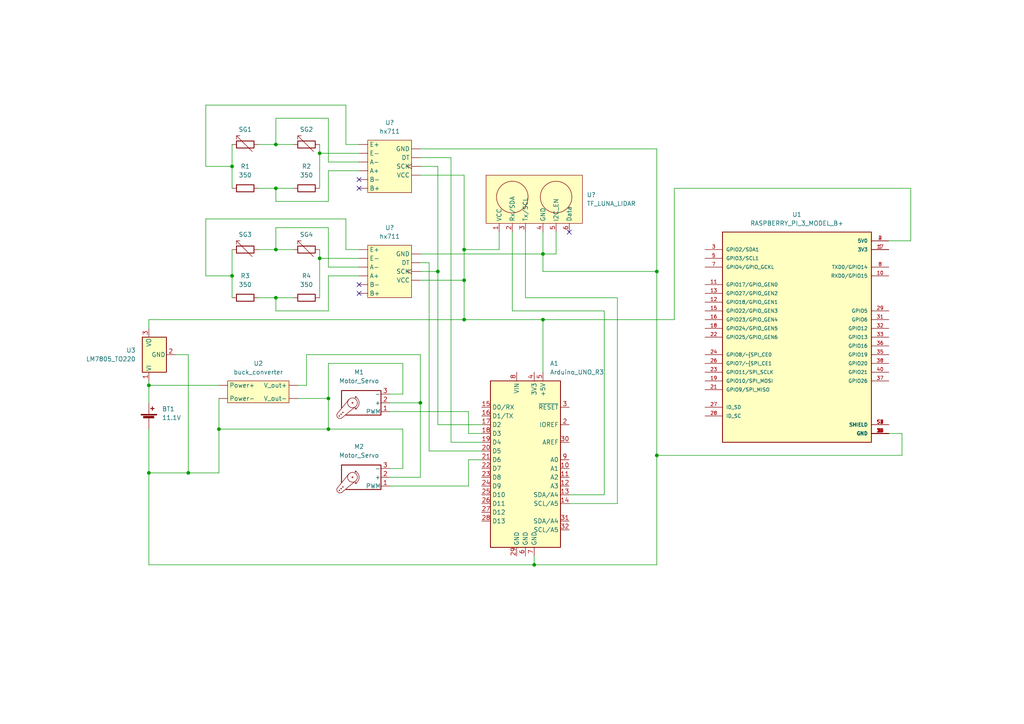
<source format=kicad_sch>
(kicad_sch (version 20211123) (generator eeschema)
  (paper "A4")
  (title_block (title "Tactile robotic arm schematic v1.1") (date "2022-11-24") (comment 1 "Initial schematic design for testing end effector"))
  (lib_symbols
    (symbol "DC-DC_buck_converter:buck_converter"
      (property "Reference" "U" (at 0 0 0))
      (property "Value" "buck_converter" (at 0 0 0))
      (symbol "buck_converter_0_1"
        (rectangle (start -8.89 -2.54) (end 8.89 -8.89) (fill (type background)))
      )
      (symbol "buck_converter_1_1"
        (pin power_in line (at -11.43 -3.81 0) (length 2.54) (name "Power+") (number ""))
        (pin power_in line (at -11.43 -7.62 0) (length 2.54) (name "Power-") (number ""))
        (pin power_out line (at 11.43 -3.81 180) (length 2.54) (name "V_out+") (number ""))
        (pin power_out line (at 11.43 -7.62 180) (length 2.54) (name "V_out-") (number ""))
      )
    )
    (symbol "Device:Battery_Cell" (pin_numbers hide) (pin_names (offset 0) hide)
      (property "Reference" "BT" (at 2.54 2.54 0))
      (property "Value" "Battery_Cell" (at 2.54 0 0))
      (symbol "Battery_Cell_0_1"
        (rectangle (start -2.286 1.778) (end 2.286 1.524) (fill (type outline)))
        (rectangle (start -1.5748 1.1938) (end 1.4732 0.6858) (fill (type outline)))
        (polyline (pts (xy 0 0.762) (xy 0 0)))
        (polyline (pts (xy 0 1.778) (xy 0 2.54)))
        (polyline (pts (xy 0.508 3.429) (xy 1.524 3.429)) (stroke (width 0.254)))
        (polyline (pts (xy 1.016 3.937) (xy 1.016 2.921)) (stroke (width 0.254)))
      )
      (symbol "Battery_Cell_1_1"
        (pin passive line (at 0 5.08 270) (length 2.54) (name "+") (number "1"))
        (pin passive line (at 0 -2.54 90) (length 2.54) (name "-") (number "2"))
      )
    )
    (symbol "Device:R" (pin_numbers hide) (pin_names (offset 0))
      (property "Reference" "R" (at 2.032 0 90))
      (property "Value" "R" (at 0 0 90))
      (symbol "R_0_1"
        (rectangle (start -1.016 -2.54) (end 1.016 2.54) (stroke (width 0.254)))
      )
      (symbol "R_1_1"
        (pin passive line (at 0 3.81 270) (length 1.27) (name "~") (number "1"))
        (pin passive line (at 0 -3.81 90) (length 1.27) (name "~") (number "2"))
      )
    )
    (symbol "Device:R_Variable" (pin_numbers hide) (pin_names (offset 0))
      (property "Reference" "R" (at 2.54 -2.54 90))
      (property "Value" "R_Variable" (at -2.54 -1.27 90))
      (symbol "R_Variable_0_1"
        (rectangle (start -1.016 -2.54) (end 1.016 2.54) (stroke (width 0.254)))
        (polyline (pts (xy 2.54 1.524) (xy 2.54 2.54) (xy 1.524 2.54) (xy 2.54 2.54) (xy -2.032 -2.032)))
      )
      (symbol "R_Variable_1_1"
        (pin passive line (at 0 3.81 270) (length 1.27) (name "~") (number "1"))
        (pin passive line (at 0 -3.81 90) (length 1.27) (name "~") (number "2"))
      )
    )
    (symbol "MCU_Module:Arduino_UNO_R3"
      (property "Reference" "A" (at -10.16 23.495 0))
      (property "Value" "Arduino_UNO_R3" (at 5.08 -26.67 0))
      (symbol "Arduino_UNO_R3_0_1"
        (rectangle (start -10.16 22.86) (end 10.16 -25.4) (stroke (width 0.254)) (fill (type background)))
      )
      (symbol "Arduino_UNO_R3_1_1"
        (pin no_connect line (at -10.16 -20.32 0) (length 2.54) hide (name "NC") (number "1"))
        (pin bidirectional line (at 12.7 -2.54 180) (length 2.54) (name "A1") (number "10"))
        (pin bidirectional line (at 12.7 -5.08 180) (length 2.54) (name "A2") (number "11"))
        (pin bidirectional line (at 12.7 -7.62 180) (length 2.54) (name "A3") (number "12"))
        (pin bidirectional line (at 12.7 -10.16 180) (length 2.54) (name "SDA/A4") (number "13"))
        (pin bidirectional line (at 12.7 -12.7 180) (length 2.54) (name "SCL/A5") (number "14"))
        (pin bidirectional line (at -12.7 15.24 0) (length 2.54) (name "D0/RX") (number "15"))
        (pin bidirectional line (at -12.7 12.7 0) (length 2.54) (name "D1/TX") (number "16"))
        (pin bidirectional line (at -12.7 10.16 0) (length 2.54) (name "D2") (number "17"))
        (pin bidirectional line (at -12.7 7.62 0) (length 2.54) (name "D3") (number "18"))
        (pin bidirectional line (at -12.7 5.08 0) (length 2.54) (name "D4") (number "19"))
        (pin output line (at 12.7 10.16 180) (length 2.54) (name "IOREF") (number "2"))
        (pin bidirectional line (at -12.7 2.54 0) (length 2.54) (name "D5") (number "20"))
        (pin bidirectional line (at -12.7 0 0) (length 2.54) (name "D6") (number "21"))
        (pin bidirectional line (at -12.7 -2.54 0) (length 2.54) (name "D7") (number "22"))
        (pin bidirectional line (at -12.7 -5.08 0) (length 2.54) (name "D8") (number "23"))
        (pin bidirectional line (at -12.7 -7.62 0) (length 2.54) (name "D9") (number "24"))
        (pin bidirectional line (at -12.7 -10.16 0) (length 2.54) (name "D10") (number "25"))
        (pin bidirectional line (at -12.7 -12.7 0) (length 2.54) (name "D11") (number "26"))
        (pin bidirectional line (at -12.7 -15.24 0) (length 2.54) (name "D12") (number "27"))
        (pin bidirectional line (at -12.7 -17.78 0) (length 2.54) (name "D13") (number "28"))
        (pin power_in line (at -2.54 -27.94 90) (length 2.54) (name "GND") (number "29"))
        (pin input line (at 12.7 15.24 180) (length 2.54) (name "~{RESET}") (number "3"))
        (pin input line (at 12.7 5.08 180) (length 2.54) (name "AREF") (number "30"))
        (pin bidirectional line (at 12.7 -17.78 180) (length 2.54) (name "SDA/A4") (number "31"))
        (pin bidirectional line (at 12.7 -20.32 180) (length 2.54) (name "SCL/A5") (number "32"))
        (pin power_out line (at 2.54 25.4 270) (length 2.54) (name "3V3") (number "4"))
        (pin power_out line (at 5.08 25.4 270) (length 2.54) (name "+5V") (number "5"))
        (pin power_in line (at 0 -27.94 90) (length 2.54) (name "GND") (number "6"))
        (pin power_in line (at 2.54 -27.94 90) (length 2.54) (name "GND") (number "7"))
        (pin power_in line (at -2.54 25.4 270) (length 2.54) (name "VIN") (number "8"))
        (pin bidirectional line (at 12.7 0 180) (length 2.54) (name "A0") (number "9"))
      )
    )
    (symbol "Motor:Motor_Servo" (pin_names (offset 0.0254))
      (property "Reference" "M" (at -5.08 4.445 0))
      (property "Value" "Motor_Servo" (at -5.08 -4.064 0))
      (symbol "Motor_Servo_0_1"
        (polyline (pts (xy 2.413 -1.778) (xy 2.032 -1.778)))
        (polyline (pts (xy 2.413 -1.778) (xy 2.286 -1.397)))
        (polyline (pts (xy 2.413 1.778) (xy 1.905 1.778)))
        (polyline (pts (xy 2.413 1.778) (xy 2.286 1.397)))
        (polyline (pts (xy 6.35 4.445) (xy 2.54 1.27)))
        (polyline (pts (xy 7.62 3.175) (xy 4.191 -1.016)))
        (polyline (pts (xy 5.08 3.556) (xy -5.08 3.556) (xy -5.08 -3.556) (xy 6.35 -3.556) (xy 6.35 1.524)) (stroke (width 0.254)))
        (arc (start 2.413 1.778) (mid 1.2406 0) (end 2.413 -1.778))
        (circle (center 3.175 0) (radius 0.1778))
        (circle (center 3.175 0) (radius 1.4224))
        (circle (center 5.969 2.794) (radius 0.127))
        (circle (center 6.477 3.302) (radius 0.127))
        (circle (center 6.985 3.81) (radius 0.127))
        (arc (start 7.62 3.175) (mid 7.4485 4.2735) (end 6.35 4.445))
      )
      (symbol "Motor_Servo_1_1"
        (pin passive line (at -7.62 2.54 0) (length 2.54) (name "PWM") (number "1"))
        (pin passive line (at -7.62 0 0) (length 2.54) (name "+") (number "2"))
        (pin passive line (at -7.62 -2.54 0) (length 2.54) (name "-") (number "3"))
      )
    )
    (symbol "RASPBERRY_PI_3_MODEL_B_:RASPBERRY_PI_3_MODEL_B+" (pin_names (offset 1.016))
      (property "Reference" "U" (at -22.86 27.94 0))
      (property "Value" "RASPBERRY_PI_3_MODEL_B+" (at -22.86 -37.465 0))
      (symbol "RASPBERRY_PI_3_MODEL_B+_0_0"
        (rectangle (start -22.86 -35.56) (end 20.32 25.4) (stroke (width 0.254)) (fill (type background)))
        (pin power_in line (at 25.4 20.32 180) (length 5.08) (name "3V3") (number "1"))
        (pin bidirectional line (at 25.4 12.7 180) (length 5.08) (name "RXD0/GPIO15") (number "10"))
        (pin bidirectional line (at -27.94 10.16 0) (length 5.08) (name "GPIO17/GPIO_GEN0") (number "11"))
        (pin bidirectional line (at -27.94 5.08 0) (length 5.08) (name "GPIO18/GPIO_GEN1") (number "12"))
        (pin bidirectional line (at -27.94 7.62 0) (length 5.08) (name "GPIO27/GPIO_GEN2") (number "13"))
        (pin power_in line (at 25.4 -33.02 180) (length 5.08) (name "GND") (number "14"))
        (pin bidirectional line (at -27.94 2.54 0) (length 5.08) (name "GPIO22/GPIO_GEN3") (number "15"))
        (pin bidirectional line (at -27.94 0 0) (length 5.08) (name "GPIO23/GPIO_GEN4") (number "16"))
        (pin power_in line (at 25.4 20.32 180) (length 5.08) (name "3V3") (number "17"))
        (pin bidirectional line (at -27.94 -2.54 0) (length 5.08) (name "GPIO24/GPIO_GEN5") (number "18"))
        (pin bidirectional line (at -27.94 -17.78 0) (length 5.08) (name "GPIO10/SPI_MOSI") (number "19"))
        (pin power_in line (at 25.4 22.86 180) (length 5.08) (name "5V0") (number "2"))
        (pin power_in line (at 25.4 -33.02 180) (length 5.08) (name "GND") (number "20"))
        (pin bidirectional line (at -27.94 -20.32 0) (length 5.08) (name "GPIO9/SPI_MISO") (number "21"))
        (pin bidirectional line (at -27.94 -5.08 0) (length 5.08) (name "GPIO25/GPIO_GEN6") (number "22"))
        (pin bidirectional line (at -27.94 -15.24 0) (length 5.08) (name "GPIO11/SPI_SCLK") (number "23"))
        (pin bidirectional line (at -27.94 -10.16 0) (length 5.08) (name "GPIO8/~{SPI_CE0~{}") (number "24"))
        (pin power_in line (at 25.4 -33.02 180) (length 5.08) (name "GND") (number "25"))
        (pin bidirectional line (at -27.94 -12.7 0) (length 5.08) (name "GPIO7/~{SPI_CE1~{}") (number "26"))
        (pin bidirectional line (at -27.94 -25.4 0) (length 5.08) (name "ID_SD") (number "27"))
        (pin bidirectional line (at -27.94 -27.94 0) (length 5.08) (name "ID_SC") (number "28"))
        (pin bidirectional line (at 25.4 2.54 180) (length 5.08) (name "GPIO5") (number "29"))
        (pin bidirectional line (at -27.94 20.32 0) (length 5.08) (name "GPIO2/SDA1") (number "3"))
        (pin power_in line (at 25.4 -33.02 180) (length 5.08) (name "GND") (number "30"))
        (pin bidirectional line (at 25.4 0 180) (length 5.08) (name "GPIO6") (number "31"))
        (pin bidirectional line (at 25.4 -2.54 180) (length 5.08) (name "GPIO12") (number "32"))
        (pin bidirectional line (at 25.4 -5.08 180) (length 5.08) (name "GPIO13") (number "33"))
        (pin power_in line (at 25.4 -33.02 180) (length 5.08) (name "GND") (number "34"))
        (pin bidirectional line (at 25.4 -10.16 180) (length 5.08) (name "GPIO19") (number "35"))
        (pin bidirectional line (at 25.4 -7.62 180) (length 5.08) (name "GPIO16") (number "36"))
        (pin bidirectional line (at 25.4 -17.78 180) (length 5.08) (name "GPIO26") (number "37"))
        (pin bidirectional line (at 25.4 -12.7 180) (length 5.08) (name "GPIO20") (number "38"))
        (pin power_in line (at 25.4 -33.02 180) (length 5.08) (name "GND") (number "39"))
        (pin power_in line (at 25.4 22.86 180) (length 5.08) (name "5V0") (number "4"))
        (pin bidirectional line (at 25.4 -15.24 180) (length 5.08) (name "GPIO21") (number "40"))
        (pin bidirectional line (at -27.94 17.78 0) (length 5.08) (name "GPIO3/SCL1") (number "5"))
        (pin power_in line (at 25.4 -33.02 180) (length 5.08) (name "GND") (number "6"))
        (pin bidirectional line (at -27.94 15.24 0) (length 5.08) (name "GPIO4/GPIO_GCKL") (number "7"))
        (pin bidirectional line (at 25.4 15.24 180) (length 5.08) (name "TXD0/GPIO14") (number "8"))
        (pin power_in line (at 25.4 -33.02 180) (length 5.08) (name "GND") (number "9"))
        (pin power_in line (at 25.4 -30.48 180) (length 5.08) (name "SHIELD") (number "S1"))
        (pin power_in line (at 25.4 -30.48 180) (length 5.08) (name "SHIELD") (number "S2"))
        (pin power_in line (at 25.4 -30.48 180) (length 5.08) (name "SHIELD") (number "S3"))
        (pin power_in line (at 25.4 -30.48 180) (length 5.08) (name "SHIELD") (number "S4"))
      )
    )
    (symbol "Regulator_Linear:LM7805_TO220" (pin_names (offset 0.254))
      (property "Reference" "U" (at -3.81 3.175 0))
      (property "Value" "LM7805_TO220" (at 0 3.175 0))
      (symbol "LM7805_TO220_0_1"
        (rectangle (start -5.08 1.905) (end 5.08 -5.08) (stroke (width 0.254)) (fill (type background)))
      )
      (symbol "LM7805_TO220_1_1"
        (pin power_in line (at -7.62 0 0) (length 2.54) (name "VI") (number "1"))
        (pin power_in line (at 0 -7.62 90) (length 2.54) (name "GND") (number "2"))
        (pin power_out line (at 7.62 0 180) (length 2.54) (name "VO") (number "3"))
      )
    )
    (symbol "hx711:hx711"
      (property "Reference" "U?" (at 0 3.81 0))
      (property "Value" "hx711" (at 0 1.27 0))
      (symbol "hx711_0_1"
        (rectangle (start -6.35 -1.27) (end 6.35 -16.51) (fill (type background)))
      )
      (symbol "hx711_1_1"
        (pin input line (at -8.89 -10.16 0) (length 2.54) (name "A+") (number ""))
        (pin input line (at -8.89 -7.62 0) (length 2.54) (name "A-") (number ""))
        (pin input line (at -8.89 -15.24 0) (length 2.54) (name "B+") (number ""))
        (pin input line (at -8.89 -12.7 0) (length 2.54) (name "B-") (number ""))
        (pin output line (at 8.89 -6.35 180) (length 2.54) (name "DT") (number ""))
        (pin input line (at -8.89 -2.54 0) (length 2.54) (name "E+") (number ""))
        (pin input line (at -8.89 -5.08 0) (length 2.54) (name "E-") (number ""))
        (pin power_in line (at 8.89 -3.81 180) (length 2.54) (name "GND") (number ""))
        (pin output clock (at 8.89 -8.89 180) (length 2.54) (name "SCK") (number ""))
        (pin power_in line (at 8.89 -11.43 180) (length 2.54) (name "VCC") (number ""))
      )
    )
    (symbol "hx711_1"
      (property "Reference" "U?" (at 0 3.81 0))
      (property "Value" "hx711_1" (at 0 1.27 0))
      (symbol "hx711_1_0_1"
        (rectangle (start -6.35 -1.27) (end 6.35 -16.51) (fill (type background)))
      )
      (symbol "hx711_1_1_1"
        (pin input line (at -8.89 -10.16 0) (length 2.54) (name "A+") (number ""))
        (pin input line (at -8.89 -7.62 0) (length 2.54) (name "A-") (number ""))
        (pin input line (at -8.89 -15.24 0) (length 2.54) (name "B+") (number ""))
        (pin input line (at -8.89 -12.7 0) (length 2.54) (name "B-") (number ""))
        (pin output line (at 8.89 -6.35 180) (length 2.54) (name "DT") (number ""))
        (pin input line (at -8.89 -2.54 0) (length 2.54) (name "E+") (number ""))
        (pin input line (at -8.89 -5.08 0) (length 2.54) (name "E-") (number ""))
        (pin power_in line (at 8.89 -3.81 180) (length 2.54) (name "GND") (number ""))
        (pin output clock (at 8.89 -8.89 180) (length 2.54) (name "SCK") (number ""))
        (pin power_in line (at 8.89 -11.43 180) (length 2.54) (name "VCC") (number ""))
      )
    )
    (symbol "tf_luna_lidar:TF_LUNA_LIDAR"
      (property "Reference" "U" (at 0 0 0))
      (property "Value" "TF_LUNA_LIDAR" (at 0 0 0))
      (symbol "TF_LUNA_LIDAR_0_1"
        (rectangle (start -13.97 -1.27) (end 13.97 -15.24) (fill (type background)))
        (circle (center -6.35 -7.62) (radius 4.5791))
        (circle (center 6.35 -7.62) (radius 4.5791))
      )
      (symbol "TF_LUNA_LIDAR_1_1"
        (pin power_in line (at -10.16 -17.78 90) (length 2.54) (name "VCC") (number "1"))
        (pin input line (at -6.35 -17.78 90) (length 2.54) (name "Rx/SDA") (number "2"))
        (pin output line (at -2.54 -17.78 90) (length 2.54) (name "Tx/SCL") (number "3"))
        (pin power_in line (at 2.54 -17.78 90) (length 2.54) (name "GND") (number "4"))
        (pin input line (at 6.35 -17.78 90) (length 2.54) (name "I2C_EN") (number "5"))
        (pin input line (at 10.16 -17.78 90) (length 2.54) (name "Data") (number "6"))
      )
    )
  )
  (junction (at 67.31 80.01))
  (junction (at 54.61 137.16))
  (junction (at 80.01 41.91))
  (junction (at 95.25 124.46))
  (junction (at 67.31 48.26))
  (junction (at 92.71 74.93))
  (junction (at 134.62 81.28))
  (junction (at 80.01 86.36))
  (junction (at 134.62 92.71))
  (junction (at 63.5 124.46))
  (junction (at 134.62 72.39))
  (junction (at 157.48 92.71))
  (junction (at 190.5 78.74))
  (junction (at 80.01 54.61))
  (junction (at 157.48 73.66))
  (junction (at 43.18 137.16))
  (junction (at 80.01 72.39))
  (junction (at 121.92 116.84))
  (junction (at 190.5 132.08))
  (junction (at 127 78.74))
  (junction (at 43.18 111.76))
  (junction (at 154.94 163.83))
  (junction (at 92.71 44.45))
  (junction (at 95.25 115.57))
  (no_connect (at 104.14 54.61))
  (no_connect (at 104.14 85.09))
  (no_connect (at 104.14 82.55))
  (no_connect (at 165.1 67.31))
  (no_connect (at 104.14 52.07))
  (wire (pts (xy 135.89 140.97) (xy 135.89 133.35)))
  (wire (pts (xy 80.01 58.42) (xy 80.01 54.61)))
  (wire (pts (xy 121.92 45.72) (xy 130.81 45.72)))
  (wire (pts (xy 157.48 78.74) (xy 190.5 78.74)))
  (wire (pts (xy 54.61 102.87) (xy 54.61 137.16)))
  (wire (pts (xy 148.59 90.17) (xy 175.26 90.17)))
  (wire (pts (xy 261.62 132.08) (xy 190.5 132.08)))
  (wire (pts (xy 127 123.19) (xy 139.7 123.19)))
  (wire (pts (xy 80.01 72.39) (xy 85.09 72.39)))
  (wire (pts (xy 134.62 92.71) (xy 134.62 81.28)))
  (wire (pts (xy 190.5 163.83) (xy 154.94 163.83)))
  (wire (pts (xy 95.25 58.42) (xy 80.01 58.42)))
  (wire (pts (xy 59.69 63.5) (xy 59.69 80.01)))
  (wire (pts (xy 124.46 130.81) (xy 139.7 130.81)))
  (wire (pts (xy 80.01 41.91) (xy 85.09 41.91)))
  (wire (pts (xy 67.31 80.01) (xy 67.31 86.36)))
  (wire (pts (xy 80.01 86.36) (xy 85.09 86.36)))
  (wire (pts (xy 104.14 41.91) (xy 100.33 41.91)))
  (wire (pts (xy 190.5 132.08) (xy 190.5 163.83)))
  (wire (pts (xy 135.89 133.35) (xy 139.7 133.35)))
  (wire (pts (xy 195.58 92.71) (xy 195.58 54.61)))
  (wire (pts (xy 121.92 81.28) (xy 134.62 81.28)))
  (wire (pts (xy 92.71 44.45) (xy 104.14 44.45)))
  (wire (pts (xy 100.33 72.39) (xy 100.33 63.5)))
  (wire (pts (xy 127 78.74) (xy 127 123.19)))
  (wire (pts (xy 92.71 74.93) (xy 104.14 74.93)))
  (wire (pts (xy 157.48 67.31) (xy 157.48 73.66)))
  (wire (pts (xy 92.71 74.93) (xy 92.71 86.36)))
  (wire (pts (xy 179.07 86.36) (xy 179.07 146.05)))
  (wire (pts (xy 152.4 86.36) (xy 179.07 86.36)))
  (wire (pts (xy 92.71 44.45) (xy 92.71 54.61)))
  (wire (pts (xy 116.84 105.41) (xy 116.84 114.3)))
  (wire (pts (xy 121.92 43.18) (xy 190.5 43.18)))
  (wire (pts (xy 100.33 63.5) (xy 59.69 63.5)))
  (wire (pts (xy 134.62 92.71) (xy 157.48 92.71)))
  (wire (pts (xy 80.01 54.61) (xy 85.09 54.61)))
  (wire (pts (xy 175.26 90.17) (xy 175.26 143.51)))
  (wire (pts (xy 95.25 49.53) (xy 95.25 58.42)))
  (wire (pts (xy 59.69 30.48) (xy 59.69 48.26)))
  (wire (pts (xy 161.29 67.31) (xy 161.29 73.66)))
  (wire (pts (xy 86.36 111.76) (xy 88.9 111.76)))
  (wire (pts (xy 165.1 146.05) (xy 179.07 146.05)))
  (wire (pts (xy 130.81 45.72) (xy 130.81 128.27)))
  (wire (pts (xy 43.18 92.71) (xy 134.62 92.71)))
  (wire (pts (xy 121.92 102.87) (xy 121.92 116.84)))
  (wire (pts (xy 92.71 41.91) (xy 92.71 44.45)))
  (wire (pts (xy 63.5 115.57) (xy 63.5 124.46)))
  (wire (pts (xy 59.69 48.26) (xy 67.31 48.26)))
  (wire (pts (xy 124.46 76.2) (xy 124.46 130.81)))
  (wire (pts (xy 54.61 137.16) (xy 63.5 137.16)))
  (wire (pts (xy 43.18 110.49) (xy 43.18 111.76)))
  (wire (pts (xy 80.01 66.04) (xy 80.01 72.39)))
  (wire (pts (xy 95.25 115.57) (xy 95.25 105.41)))
  (wire (pts (xy 121.92 73.66) (xy 157.48 73.66)))
  (wire (pts (xy 113.03 135.89) (xy 116.84 135.89)))
  (wire (pts (xy 104.14 72.39) (xy 100.33 72.39)))
  (wire (pts (xy 43.18 137.16) (xy 43.18 163.83)))
  (wire (pts (xy 121.92 48.26) (xy 127 48.26)))
  (wire (pts (xy 113.03 119.38) (xy 135.89 119.38)))
  (wire (pts (xy 88.9 102.87) (xy 121.92 102.87)))
  (wire (pts (xy 113.03 138.43) (xy 121.92 138.43)))
  (wire (pts (xy 95.25 66.04) (xy 80.01 66.04)))
  (wire (pts (xy 157.48 73.66) (xy 161.29 73.66)))
  (wire (pts (xy 74.93 72.39) (xy 80.01 72.39)))
  (wire (pts (xy 63.5 124.46) (xy 63.5 137.16)))
  (wire (pts (xy 100.33 30.48) (xy 59.69 30.48)))
  (wire (pts (xy 86.36 115.57) (xy 95.25 115.57)))
  (wire (pts (xy 157.48 92.71) (xy 157.48 107.95)))
  (wire (pts (xy 264.16 54.61) (xy 264.16 69.85)))
  (wire (pts (xy 134.62 72.39) (xy 144.78 72.39)))
  (wire (pts (xy 95.25 90.17) (xy 80.01 90.17)))
  (wire (pts (xy 67.31 41.91) (xy 67.31 48.26)))
  (wire (pts (xy 113.03 140.97) (xy 135.89 140.97)))
  (wire (pts (xy 190.5 43.18) (xy 190.5 78.74)))
  (wire (pts (xy 157.48 73.66) (xy 157.48 78.74)))
  (wire (pts (xy 121.92 116.84) (xy 121.92 138.43)))
  (wire (pts (xy 134.62 72.39) (xy 134.62 50.8)))
  (wire (pts (xy 261.62 125.73) (xy 261.62 132.08)))
  (wire (pts (xy 95.25 46.99) (xy 95.25 34.29)))
  (wire (pts (xy 74.93 41.91) (xy 80.01 41.91)))
  (wire (pts (xy 154.94 161.29) (xy 154.94 163.83)))
  (wire (pts (xy 74.93 86.36) (xy 80.01 86.36)))
  (wire (pts (xy 95.25 124.46) (xy 63.5 124.46)))
  (wire (pts (xy 195.58 54.61) (xy 264.16 54.61)))
  (wire (pts (xy 43.18 111.76) (xy 63.5 111.76)))
  (wire (pts (xy 95.25 115.57) (xy 95.25 124.46)))
  (wire (pts (xy 95.25 124.46) (xy 116.84 124.46)))
  (wire (pts (xy 59.69 80.01) (xy 67.31 80.01)))
  (wire (pts (xy 148.59 67.31) (xy 148.59 90.17)))
  (wire (pts (xy 104.14 46.99) (xy 95.25 46.99)))
  (wire (pts (xy 257.81 125.73) (xy 261.62 125.73)))
  (wire (pts (xy 92.71 72.39) (xy 92.71 74.93)))
  (wire (pts (xy 80.01 34.29) (xy 80.01 41.91)))
  (wire (pts (xy 43.18 137.16) (xy 54.61 137.16)))
  (wire (pts (xy 135.89 119.38) (xy 135.89 125.73)))
  (wire (pts (xy 116.84 114.3) (xy 113.03 114.3)))
  (wire (pts (xy 95.25 77.47) (xy 95.25 66.04)))
  (wire (pts (xy 95.25 34.29) (xy 80.01 34.29)))
  (wire (pts (xy 175.26 143.51) (xy 165.1 143.51)))
  (wire (pts (xy 43.18 111.76) (xy 43.18 116.84)))
  (wire (pts (xy 121.92 116.84) (xy 113.03 116.84)))
  (wire (pts (xy 134.62 50.8) (xy 121.92 50.8)))
  (wire (pts (xy 127 48.26) (xy 127 78.74)))
  (wire (pts (xy 121.92 76.2) (xy 124.46 76.2)))
  (wire (pts (xy 135.89 125.73) (xy 139.7 125.73)))
  (wire (pts (xy 43.18 95.25) (xy 43.18 92.71)))
  (wire (pts (xy 116.84 124.46) (xy 116.84 135.89)))
  (wire (pts (xy 104.14 49.53) (xy 95.25 49.53)))
  (wire (pts (xy 74.93 54.61) (xy 80.01 54.61)))
  (wire (pts (xy 88.9 111.76) (xy 88.9 102.87)))
  (wire (pts (xy 80.01 86.36) (xy 80.01 90.17)))
  (wire (pts (xy 130.81 128.27) (xy 139.7 128.27)))
  (wire (pts (xy 43.18 124.46) (xy 43.18 137.16)))
  (wire (pts (xy 104.14 77.47) (xy 95.25 77.47)))
  (wire (pts (xy 121.92 78.74) (xy 127 78.74)))
  (wire (pts (xy 50.8 102.87) (xy 54.61 102.87)))
  (wire (pts (xy 95.25 80.01) (xy 95.25 90.17)))
  (wire (pts (xy 67.31 72.39) (xy 67.31 80.01)))
  (wire (pts (xy 144.78 67.31) (xy 144.78 72.39)))
  (wire (pts (xy 134.62 81.28) (xy 134.62 72.39)))
  (wire (pts (xy 95.25 105.41) (xy 116.84 105.41)))
  (wire (pts (xy 157.48 92.71) (xy 195.58 92.71)))
  (wire (pts (xy 190.5 78.74) (xy 190.5 132.08)))
  (wire (pts (xy 264.16 69.85) (xy 257.81 69.85)))
  (wire (pts (xy 154.94 163.83) (xy 43.18 163.83)))
  (wire (pts (xy 100.33 41.91) (xy 100.33 30.48)))
  (wire (pts (xy 67.31 48.26) (xy 67.31 54.61)))
  (wire (pts (xy 152.4 67.31) (xy 152.4 86.36)))
  (wire (pts (xy 104.14 80.01) (xy 95.25 80.01)))
  (symbol (lib_id "Device:R") (at 88.9 86.36 90) (unit 1)
    (property "Reference" "R4" (at 88.9 80.01 90))
    (property "Value" "350" (at 88.9 82.55 90))
  )
  (symbol (lib_id "hx711:hx711") (at 113.03 39.37 0) (unit 1)
    (property "Reference" "U?" (at 113.03 35.56 0))
    (property "Value" "hx711" (at 113.03 38.1 0))
  )
  (symbol (lib_id "Regulator_Linear:LM7805_TO220") (at 43.18 102.87 90) (unit 1)
    (property "Reference" "U3" (at 39.37 101.5999 90) (effects (justify left)))
    (property "Value" "LM7805_TO220" (at 39.37 104.1399 90) (effects (justify left)))
    (property "Footprint" "Package_TO_SOT_THT:TO-220-3_Vertical" (effects hide))
    (property "Datasheet" "https://www.onsemi.cn/PowerSolutions/document/MC7800-D.PDF" (effects hide))
  )
  (symbol (lib_id "RASPBERRY_PI_3_MODEL_B_:RASPBERRY_PI_3_MODEL_B+") (at 232.41 92.71 0) (unit 1)
    (property "Reference" "U1" (at 231.14 62.23 0))
    (property "Value" "RASPBERRY_PI_3_MODEL_B+" (at 231.14 64.77 0))
    (property "Footprint" "MODULE_RASPBERRY_PI_3_MODEL_B+" (effects hide))
    (property "PARTREV" "1.0" (effects hide))
    (property "MANUFACTURER" "Raspberry Pi" (effects hide))
    (property "MAXIMUM_PACKAGE_HIEGHT" "18mm" (effects hide))
    (property "STANDARD" "Manufacturer Recommendations" (effects hide))
  )
  (symbol (lib_id "tf_luna_lidar:TF_LUNA_LIDAR") (at 154.94 49.53 0) (unit 1)
    (property "Reference" "U?" (at 170.18 56.5149 0) (effects (justify left)))
    (property "Value" "TF_LUNA_LIDAR" (at 170.18 59.0549 0) (effects (justify left)))
  )
  (symbol (lib_id "DC-DC_buck_converter:buck_converter") (at 74.93 107.95 0) (unit 1)
    (property "Reference" "U2" (at 74.93 105.41 0))
    (property "Value" "buck_converter" (at 74.93 107.95 0))
  )
  (symbol (lib_id "Motor:Motor_Servo") (at 105.41 138.43 180) (unit 1)
    (property "Reference" "M2" (at 104.1511 129.54 0))
    (property "Value" "Motor_Servo" (at 104.1511 132.08 0))
    (property "Datasheet" "http://forums.parallax.com/uploads/attachments/46831/74481.png" (effects hide))
  )
  (symbol (lib_id "Device:R") (at 88.9 54.61 90) (unit 1)
    (property "Reference" "R2" (at 88.9 48.26 90))
    (property "Value" "350" (at 88.9 50.8 90))
  )
  (symbol (lib_id "Device:R_Variable") (at 88.9 72.39 90) (unit 1)
    (property "Reference" "SG4" (at 88.9 67.31 90) (effects (justify bottom)))
    (property "Value" "350" (effects hide))
  )
  (symbol (lib_id "Device:R_Variable") (at 88.9 41.91 90) (unit 1)
    (property "Reference" "SG2" (at 88.9 36.83 90) (effects (justify bottom)))
    (property "Value" "350" (effects hide))
  )
  (symbol (lib_id "Device:R_Variable") (at 71.12 41.91 90) (unit 1)
    (property "Reference" "SG1" (at 71.12 36.83 90) (effects (justify bottom)))
    (property "Value" "350" (effects hide))
  )
  (symbol (lib_name "hx711_1") (lib_id "hx711:hx711") (at 113.03 69.85 0) (unit 1)
    (property "Reference" "U?" (at 113.03 66.04 0))
    (property "Value" "hx711" (at 113.03 68.58 0))
  )
  (symbol (lib_id "Device:R") (at 71.12 54.61 90) (unit 1)
    (property "Reference" "R1" (at 71.12 48.26 90))
    (property "Value" "350" (at 71.12 50.8 90))
  )
  (symbol (lib_id "Device:R_Variable") (at 71.12 72.39 90) (unit 1)
    (property "Reference" "SG3" (at 71.12 67.31 90) (effects (justify bottom)))
    (property "Value" "350" (effects hide))
  )
  (symbol (lib_id "MCU_Module:Arduino_UNO_R3") (at 152.4 133.35 0) (unit 1)
    (property "Reference" "A1" (at 159.4994 105.41 0) (effects (justify left)))
    (property "Value" "Arduino_UNO_R3" (at 159.4994 107.95 0) (effects (justify left)))
    (property "Footprint" "Module:Arduino_UNO_R3" (effects hide))
    (property "Datasheet" "https://www.arduino.cc/en/Main/arduinoBoardUno" (effects hide))
  )
  (symbol (lib_id "Motor:Motor_Servo") (at 105.41 116.84 180) (unit 1)
    (property "Reference" "M1" (at 104.1511 107.95 0))
    (property "Value" "Motor_Servo" (at 104.1511 110.49 0))
    (property "Datasheet" "http://forums.parallax.com/uploads/attachments/46831/74481.png" (effects hide))
  )
  (symbol (lib_id "Device:R") (at 71.12 86.36 90) (unit 1)
    (property "Reference" "R3" (at 71.12 80.01 90))
    (property "Value" "350" (at 71.12 82.55 90))
  )
  (symbol (lib_id "Device:Battery_Cell") (at 43.18 121.92 0) (unit 1)
    (property "Reference" "BT1" (at 46.99 118.6179 0) (effects (justify left)))
    (property "Value" "11.1V" (at 46.99 121.1579 0) (effects (justify left)))
  )
)
</source>
